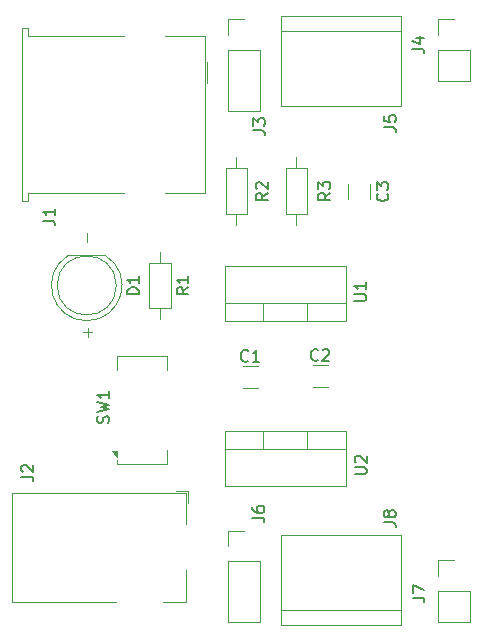
<source format=gto>
%TF.GenerationSoftware,KiCad,Pcbnew,8.0.8*%
%TF.CreationDate,2025-01-22T22:17:37-04:00*%
%TF.ProjectId,Breadboard-3.3V-5V-power-supply,42726561-6462-46f6-9172-642d332e3356,1*%
%TF.SameCoordinates,Original*%
%TF.FileFunction,Legend,Top*%
%TF.FilePolarity,Positive*%
%FSLAX46Y46*%
G04 Gerber Fmt 4.6, Leading zero omitted, Abs format (unit mm)*
G04 Created by KiCad (PCBNEW 8.0.8) date 2025-01-22 22:17:37*
%MOMM*%
%LPD*%
G01*
G04 APERTURE LIST*
%ADD10C,0.100000*%
%ADD11C,0.150000*%
%ADD12C,0.120000*%
G04 APERTURE END LIST*
D10*
X135330666Y-91136115D02*
X135330666Y-90374211D01*
X135000084Y-98805466D02*
X135761989Y-98805466D01*
X135381036Y-99186419D02*
X135381036Y-98424514D01*
D11*
X139725219Y-95578494D02*
X138725219Y-95578494D01*
X138725219Y-95578494D02*
X138725219Y-95340399D01*
X138725219Y-95340399D02*
X138772838Y-95197542D01*
X138772838Y-95197542D02*
X138868076Y-95102304D01*
X138868076Y-95102304D02*
X138963314Y-95054685D01*
X138963314Y-95054685D02*
X139153790Y-95007066D01*
X139153790Y-95007066D02*
X139296647Y-95007066D01*
X139296647Y-95007066D02*
X139487123Y-95054685D01*
X139487123Y-95054685D02*
X139582361Y-95102304D01*
X139582361Y-95102304D02*
X139677600Y-95197542D01*
X139677600Y-95197542D02*
X139725219Y-95340399D01*
X139725219Y-95340399D02*
X139725219Y-95578494D01*
X139725219Y-94054685D02*
X139725219Y-94626113D01*
X139725219Y-94340399D02*
X138725219Y-94340399D01*
X138725219Y-94340399D02*
X138868076Y-94435637D01*
X138868076Y-94435637D02*
X138963314Y-94530875D01*
X138963314Y-94530875D02*
X139010933Y-94626113D01*
X150619619Y-87034666D02*
X150143428Y-87367999D01*
X150619619Y-87606094D02*
X149619619Y-87606094D01*
X149619619Y-87606094D02*
X149619619Y-87225142D01*
X149619619Y-87225142D02*
X149667238Y-87129904D01*
X149667238Y-87129904D02*
X149714857Y-87082285D01*
X149714857Y-87082285D02*
X149810095Y-87034666D01*
X149810095Y-87034666D02*
X149952952Y-87034666D01*
X149952952Y-87034666D02*
X150048190Y-87082285D01*
X150048190Y-87082285D02*
X150095809Y-87129904D01*
X150095809Y-87129904D02*
X150143428Y-87225142D01*
X150143428Y-87225142D02*
X150143428Y-87606094D01*
X149714857Y-86653713D02*
X149667238Y-86606094D01*
X149667238Y-86606094D02*
X149619619Y-86510856D01*
X149619619Y-86510856D02*
X149619619Y-86272761D01*
X149619619Y-86272761D02*
X149667238Y-86177523D01*
X149667238Y-86177523D02*
X149714857Y-86129904D01*
X149714857Y-86129904D02*
X149810095Y-86082285D01*
X149810095Y-86082285D02*
X149905333Y-86082285D01*
X149905333Y-86082285D02*
X150048190Y-86129904D01*
X150048190Y-86129904D02*
X150619619Y-86701332D01*
X150619619Y-86701332D02*
X150619619Y-86082285D01*
X149340219Y-114506333D02*
X150054504Y-114506333D01*
X150054504Y-114506333D02*
X150197361Y-114553952D01*
X150197361Y-114553952D02*
X150292600Y-114649190D01*
X150292600Y-114649190D02*
X150340219Y-114792047D01*
X150340219Y-114792047D02*
X150340219Y-114887285D01*
X149340219Y-113601571D02*
X149340219Y-113792047D01*
X149340219Y-113792047D02*
X149387838Y-113887285D01*
X149387838Y-113887285D02*
X149435457Y-113934904D01*
X149435457Y-113934904D02*
X149578314Y-114030142D01*
X149578314Y-114030142D02*
X149768790Y-114077761D01*
X149768790Y-114077761D02*
X150149742Y-114077761D01*
X150149742Y-114077761D02*
X150244980Y-114030142D01*
X150244980Y-114030142D02*
X150292600Y-113982523D01*
X150292600Y-113982523D02*
X150340219Y-113887285D01*
X150340219Y-113887285D02*
X150340219Y-113696809D01*
X150340219Y-113696809D02*
X150292600Y-113601571D01*
X150292600Y-113601571D02*
X150244980Y-113553952D01*
X150244980Y-113553952D02*
X150149742Y-113506333D01*
X150149742Y-113506333D02*
X149911647Y-113506333D01*
X149911647Y-113506333D02*
X149816409Y-113553952D01*
X149816409Y-113553952D02*
X149768790Y-113601571D01*
X149768790Y-113601571D02*
X149721171Y-113696809D01*
X149721171Y-113696809D02*
X149721171Y-113887285D01*
X149721171Y-113887285D02*
X149768790Y-113982523D01*
X149768790Y-113982523D02*
X149816409Y-114030142D01*
X149816409Y-114030142D02*
X149911647Y-114077761D01*
X131594019Y-89343533D02*
X132308304Y-89343533D01*
X132308304Y-89343533D02*
X132451161Y-89391152D01*
X132451161Y-89391152D02*
X132546400Y-89486390D01*
X132546400Y-89486390D02*
X132594019Y-89629247D01*
X132594019Y-89629247D02*
X132594019Y-89724485D01*
X132594019Y-88343533D02*
X132594019Y-88914961D01*
X132594019Y-88629247D02*
X131594019Y-88629247D01*
X131594019Y-88629247D02*
X131736876Y-88724485D01*
X131736876Y-88724485D02*
X131832114Y-88819723D01*
X131832114Y-88819723D02*
X131879733Y-88914961D01*
X157976219Y-96138904D02*
X158785742Y-96138904D01*
X158785742Y-96138904D02*
X158880980Y-96091285D01*
X158880980Y-96091285D02*
X158928600Y-96043666D01*
X158928600Y-96043666D02*
X158976219Y-95948428D01*
X158976219Y-95948428D02*
X158976219Y-95757952D01*
X158976219Y-95757952D02*
X158928600Y-95662714D01*
X158928600Y-95662714D02*
X158880980Y-95615095D01*
X158880980Y-95615095D02*
X158785742Y-95567476D01*
X158785742Y-95567476D02*
X157976219Y-95567476D01*
X158976219Y-94567476D02*
X158976219Y-95138904D01*
X158976219Y-94853190D02*
X157976219Y-94853190D01*
X157976219Y-94853190D02*
X158119076Y-94948428D01*
X158119076Y-94948428D02*
X158214314Y-95043666D01*
X158214314Y-95043666D02*
X158261933Y-95138904D01*
X158001619Y-110820104D02*
X158811142Y-110820104D01*
X158811142Y-110820104D02*
X158906380Y-110772485D01*
X158906380Y-110772485D02*
X158954000Y-110724866D01*
X158954000Y-110724866D02*
X159001619Y-110629628D01*
X159001619Y-110629628D02*
X159001619Y-110439152D01*
X159001619Y-110439152D02*
X158954000Y-110343914D01*
X158954000Y-110343914D02*
X158906380Y-110296295D01*
X158906380Y-110296295D02*
X158811142Y-110248676D01*
X158811142Y-110248676D02*
X158001619Y-110248676D01*
X158096857Y-109820104D02*
X158049238Y-109772485D01*
X158049238Y-109772485D02*
X158001619Y-109677247D01*
X158001619Y-109677247D02*
X158001619Y-109439152D01*
X158001619Y-109439152D02*
X158049238Y-109343914D01*
X158049238Y-109343914D02*
X158096857Y-109296295D01*
X158096857Y-109296295D02*
X158192095Y-109248676D01*
X158192095Y-109248676D02*
X158287333Y-109248676D01*
X158287333Y-109248676D02*
X158430190Y-109296295D01*
X158430190Y-109296295D02*
X159001619Y-109867723D01*
X159001619Y-109867723D02*
X159001619Y-109248676D01*
X160757780Y-87067266D02*
X160805400Y-87114885D01*
X160805400Y-87114885D02*
X160853019Y-87257742D01*
X160853019Y-87257742D02*
X160853019Y-87352980D01*
X160853019Y-87352980D02*
X160805400Y-87495837D01*
X160805400Y-87495837D02*
X160710161Y-87591075D01*
X160710161Y-87591075D02*
X160614923Y-87638694D01*
X160614923Y-87638694D02*
X160424447Y-87686313D01*
X160424447Y-87686313D02*
X160281590Y-87686313D01*
X160281590Y-87686313D02*
X160091114Y-87638694D01*
X160091114Y-87638694D02*
X159995876Y-87591075D01*
X159995876Y-87591075D02*
X159900638Y-87495837D01*
X159900638Y-87495837D02*
X159853019Y-87352980D01*
X159853019Y-87352980D02*
X159853019Y-87257742D01*
X159853019Y-87257742D02*
X159900638Y-87114885D01*
X159900638Y-87114885D02*
X159948257Y-87067266D01*
X159853019Y-86733932D02*
X159853019Y-86114885D01*
X159853019Y-86114885D02*
X160233971Y-86448218D01*
X160233971Y-86448218D02*
X160233971Y-86305361D01*
X160233971Y-86305361D02*
X160281590Y-86210123D01*
X160281590Y-86210123D02*
X160329209Y-86162504D01*
X160329209Y-86162504D02*
X160424447Y-86114885D01*
X160424447Y-86114885D02*
X160662542Y-86114885D01*
X160662542Y-86114885D02*
X160757780Y-86162504D01*
X160757780Y-86162504D02*
X160805400Y-86210123D01*
X160805400Y-86210123D02*
X160853019Y-86305361D01*
X160853019Y-86305361D02*
X160853019Y-86591075D01*
X160853019Y-86591075D02*
X160805400Y-86686313D01*
X160805400Y-86686313D02*
X160757780Y-86733932D01*
X143920219Y-95012066D02*
X143444028Y-95345399D01*
X143920219Y-95583494D02*
X142920219Y-95583494D01*
X142920219Y-95583494D02*
X142920219Y-95202542D01*
X142920219Y-95202542D02*
X142967838Y-95107304D01*
X142967838Y-95107304D02*
X143015457Y-95059685D01*
X143015457Y-95059685D02*
X143110695Y-95012066D01*
X143110695Y-95012066D02*
X143253552Y-95012066D01*
X143253552Y-95012066D02*
X143348790Y-95059685D01*
X143348790Y-95059685D02*
X143396409Y-95107304D01*
X143396409Y-95107304D02*
X143444028Y-95202542D01*
X143444028Y-95202542D02*
X143444028Y-95583494D01*
X143920219Y-94059685D02*
X143920219Y-94631113D01*
X143920219Y-94345399D02*
X142920219Y-94345399D01*
X142920219Y-94345399D02*
X143063076Y-94440637D01*
X143063076Y-94440637D02*
X143158314Y-94535875D01*
X143158314Y-94535875D02*
X143205933Y-94631113D01*
X137152600Y-106480532D02*
X137200219Y-106337675D01*
X137200219Y-106337675D02*
X137200219Y-106099580D01*
X137200219Y-106099580D02*
X137152600Y-106004342D01*
X137152600Y-106004342D02*
X137104980Y-105956723D01*
X137104980Y-105956723D02*
X137009742Y-105909104D01*
X137009742Y-105909104D02*
X136914504Y-105909104D01*
X136914504Y-105909104D02*
X136819266Y-105956723D01*
X136819266Y-105956723D02*
X136771647Y-106004342D01*
X136771647Y-106004342D02*
X136724028Y-106099580D01*
X136724028Y-106099580D02*
X136676409Y-106290056D01*
X136676409Y-106290056D02*
X136628790Y-106385294D01*
X136628790Y-106385294D02*
X136581171Y-106432913D01*
X136581171Y-106432913D02*
X136485933Y-106480532D01*
X136485933Y-106480532D02*
X136390695Y-106480532D01*
X136390695Y-106480532D02*
X136295457Y-106432913D01*
X136295457Y-106432913D02*
X136247838Y-106385294D01*
X136247838Y-106385294D02*
X136200219Y-106290056D01*
X136200219Y-106290056D02*
X136200219Y-106051961D01*
X136200219Y-106051961D02*
X136247838Y-105909104D01*
X136200219Y-105575770D02*
X137200219Y-105337675D01*
X137200219Y-105337675D02*
X136485933Y-105147199D01*
X136485933Y-105147199D02*
X137200219Y-104956723D01*
X137200219Y-104956723D02*
X136200219Y-104718628D01*
X137200219Y-103813866D02*
X137200219Y-104385294D01*
X137200219Y-104099580D02*
X136200219Y-104099580D01*
X136200219Y-104099580D02*
X136343076Y-104194818D01*
X136343076Y-104194818D02*
X136438314Y-104290056D01*
X136438314Y-104290056D02*
X136485933Y-104385294D01*
X160465419Y-114887333D02*
X161179704Y-114887333D01*
X161179704Y-114887333D02*
X161322561Y-114934952D01*
X161322561Y-114934952D02*
X161417800Y-115030190D01*
X161417800Y-115030190D02*
X161465419Y-115173047D01*
X161465419Y-115173047D02*
X161465419Y-115268285D01*
X160893990Y-114268285D02*
X160846371Y-114363523D01*
X160846371Y-114363523D02*
X160798752Y-114411142D01*
X160798752Y-114411142D02*
X160703514Y-114458761D01*
X160703514Y-114458761D02*
X160655895Y-114458761D01*
X160655895Y-114458761D02*
X160560657Y-114411142D01*
X160560657Y-114411142D02*
X160513038Y-114363523D01*
X160513038Y-114363523D02*
X160465419Y-114268285D01*
X160465419Y-114268285D02*
X160465419Y-114077809D01*
X160465419Y-114077809D02*
X160513038Y-113982571D01*
X160513038Y-113982571D02*
X160560657Y-113934952D01*
X160560657Y-113934952D02*
X160655895Y-113887333D01*
X160655895Y-113887333D02*
X160703514Y-113887333D01*
X160703514Y-113887333D02*
X160798752Y-113934952D01*
X160798752Y-113934952D02*
X160846371Y-113982571D01*
X160846371Y-113982571D02*
X160893990Y-114077809D01*
X160893990Y-114077809D02*
X160893990Y-114268285D01*
X160893990Y-114268285D02*
X160941609Y-114363523D01*
X160941609Y-114363523D02*
X160989228Y-114411142D01*
X160989228Y-114411142D02*
X161084466Y-114458761D01*
X161084466Y-114458761D02*
X161274942Y-114458761D01*
X161274942Y-114458761D02*
X161370180Y-114411142D01*
X161370180Y-114411142D02*
X161417800Y-114363523D01*
X161417800Y-114363523D02*
X161465419Y-114268285D01*
X161465419Y-114268285D02*
X161465419Y-114077809D01*
X161465419Y-114077809D02*
X161417800Y-113982571D01*
X161417800Y-113982571D02*
X161370180Y-113934952D01*
X161370180Y-113934952D02*
X161274942Y-113887333D01*
X161274942Y-113887333D02*
X161084466Y-113887333D01*
X161084466Y-113887333D02*
X160989228Y-113934952D01*
X160989228Y-113934952D02*
X160941609Y-113982571D01*
X160941609Y-113982571D02*
X160893990Y-114077809D01*
X149391019Y-81689533D02*
X150105304Y-81689533D01*
X150105304Y-81689533D02*
X150248161Y-81737152D01*
X150248161Y-81737152D02*
X150343400Y-81832390D01*
X150343400Y-81832390D02*
X150391019Y-81975247D01*
X150391019Y-81975247D02*
X150391019Y-82070485D01*
X149391019Y-81308580D02*
X149391019Y-80689533D01*
X149391019Y-80689533D02*
X149771971Y-81022866D01*
X149771971Y-81022866D02*
X149771971Y-80880009D01*
X149771971Y-80880009D02*
X149819590Y-80784771D01*
X149819590Y-80784771D02*
X149867209Y-80737152D01*
X149867209Y-80737152D02*
X149962447Y-80689533D01*
X149962447Y-80689533D02*
X150200542Y-80689533D01*
X150200542Y-80689533D02*
X150295780Y-80737152D01*
X150295780Y-80737152D02*
X150343400Y-80784771D01*
X150343400Y-80784771D02*
X150391019Y-80880009D01*
X150391019Y-80880009D02*
X150391019Y-81165723D01*
X150391019Y-81165723D02*
X150343400Y-81260961D01*
X150343400Y-81260961D02*
X150295780Y-81308580D01*
X162878419Y-74806133D02*
X163592704Y-74806133D01*
X163592704Y-74806133D02*
X163735561Y-74853752D01*
X163735561Y-74853752D02*
X163830800Y-74948990D01*
X163830800Y-74948990D02*
X163878419Y-75091847D01*
X163878419Y-75091847D02*
X163878419Y-75187085D01*
X163211752Y-73901371D02*
X163878419Y-73901371D01*
X162830800Y-74139466D02*
X163545085Y-74377561D01*
X163545085Y-74377561D02*
X163545085Y-73758514D01*
X162903819Y-121262733D02*
X163618104Y-121262733D01*
X163618104Y-121262733D02*
X163760961Y-121310352D01*
X163760961Y-121310352D02*
X163856200Y-121405590D01*
X163856200Y-121405590D02*
X163903819Y-121548447D01*
X163903819Y-121548447D02*
X163903819Y-121643685D01*
X162903819Y-120881780D02*
X162903819Y-120215114D01*
X162903819Y-120215114D02*
X163903819Y-120643685D01*
X155928219Y-87009266D02*
X155452028Y-87342599D01*
X155928219Y-87580694D02*
X154928219Y-87580694D01*
X154928219Y-87580694D02*
X154928219Y-87199742D01*
X154928219Y-87199742D02*
X154975838Y-87104504D01*
X154975838Y-87104504D02*
X155023457Y-87056885D01*
X155023457Y-87056885D02*
X155118695Y-87009266D01*
X155118695Y-87009266D02*
X155261552Y-87009266D01*
X155261552Y-87009266D02*
X155356790Y-87056885D01*
X155356790Y-87056885D02*
X155404409Y-87104504D01*
X155404409Y-87104504D02*
X155452028Y-87199742D01*
X155452028Y-87199742D02*
X155452028Y-87580694D01*
X154928219Y-86675932D02*
X154928219Y-86056885D01*
X154928219Y-86056885D02*
X155309171Y-86390218D01*
X155309171Y-86390218D02*
X155309171Y-86247361D01*
X155309171Y-86247361D02*
X155356790Y-86152123D01*
X155356790Y-86152123D02*
X155404409Y-86104504D01*
X155404409Y-86104504D02*
X155499647Y-86056885D01*
X155499647Y-86056885D02*
X155737742Y-86056885D01*
X155737742Y-86056885D02*
X155832980Y-86104504D01*
X155832980Y-86104504D02*
X155880600Y-86152123D01*
X155880600Y-86152123D02*
X155928219Y-86247361D01*
X155928219Y-86247361D02*
X155928219Y-86533075D01*
X155928219Y-86533075D02*
X155880600Y-86628313D01*
X155880600Y-86628313D02*
X155832980Y-86675932D01*
X160490819Y-81435533D02*
X161205104Y-81435533D01*
X161205104Y-81435533D02*
X161347961Y-81483152D01*
X161347961Y-81483152D02*
X161443200Y-81578390D01*
X161443200Y-81578390D02*
X161490819Y-81721247D01*
X161490819Y-81721247D02*
X161490819Y-81816485D01*
X160490819Y-80483152D02*
X160490819Y-80959342D01*
X160490819Y-80959342D02*
X160967009Y-81006961D01*
X160967009Y-81006961D02*
X160919390Y-80959342D01*
X160919390Y-80959342D02*
X160871771Y-80864104D01*
X160871771Y-80864104D02*
X160871771Y-80626009D01*
X160871771Y-80626009D02*
X160919390Y-80530771D01*
X160919390Y-80530771D02*
X160967009Y-80483152D01*
X160967009Y-80483152D02*
X161062247Y-80435533D01*
X161062247Y-80435533D02*
X161300342Y-80435533D01*
X161300342Y-80435533D02*
X161395580Y-80483152D01*
X161395580Y-80483152D02*
X161443200Y-80530771D01*
X161443200Y-80530771D02*
X161490819Y-80626009D01*
X161490819Y-80626009D02*
X161490819Y-80864104D01*
X161490819Y-80864104D02*
X161443200Y-80959342D01*
X161443200Y-80959342D02*
X161395580Y-81006961D01*
X129782219Y-111026533D02*
X130496504Y-111026533D01*
X130496504Y-111026533D02*
X130639361Y-111074152D01*
X130639361Y-111074152D02*
X130734600Y-111169390D01*
X130734600Y-111169390D02*
X130782219Y-111312247D01*
X130782219Y-111312247D02*
X130782219Y-111407485D01*
X129877457Y-110597961D02*
X129829838Y-110550342D01*
X129829838Y-110550342D02*
X129782219Y-110455104D01*
X129782219Y-110455104D02*
X129782219Y-110217009D01*
X129782219Y-110217009D02*
X129829838Y-110121771D01*
X129829838Y-110121771D02*
X129877457Y-110074152D01*
X129877457Y-110074152D02*
X129972695Y-110026533D01*
X129972695Y-110026533D02*
X130067933Y-110026533D01*
X130067933Y-110026533D02*
X130210790Y-110074152D01*
X130210790Y-110074152D02*
X130782219Y-110645580D01*
X130782219Y-110645580D02*
X130782219Y-110026533D01*
X148982133Y-101197580D02*
X148934514Y-101245200D01*
X148934514Y-101245200D02*
X148791657Y-101292819D01*
X148791657Y-101292819D02*
X148696419Y-101292819D01*
X148696419Y-101292819D02*
X148553562Y-101245200D01*
X148553562Y-101245200D02*
X148458324Y-101149961D01*
X148458324Y-101149961D02*
X148410705Y-101054723D01*
X148410705Y-101054723D02*
X148363086Y-100864247D01*
X148363086Y-100864247D02*
X148363086Y-100721390D01*
X148363086Y-100721390D02*
X148410705Y-100530914D01*
X148410705Y-100530914D02*
X148458324Y-100435676D01*
X148458324Y-100435676D02*
X148553562Y-100340438D01*
X148553562Y-100340438D02*
X148696419Y-100292819D01*
X148696419Y-100292819D02*
X148791657Y-100292819D01*
X148791657Y-100292819D02*
X148934514Y-100340438D01*
X148934514Y-100340438D02*
X148982133Y-100388057D01*
X149934514Y-101292819D02*
X149363086Y-101292819D01*
X149648800Y-101292819D02*
X149648800Y-100292819D01*
X149648800Y-100292819D02*
X149553562Y-100435676D01*
X149553562Y-100435676D02*
X149458324Y-100530914D01*
X149458324Y-100530914D02*
X149363086Y-100578533D01*
X154900333Y-101146780D02*
X154852714Y-101194400D01*
X154852714Y-101194400D02*
X154709857Y-101242019D01*
X154709857Y-101242019D02*
X154614619Y-101242019D01*
X154614619Y-101242019D02*
X154471762Y-101194400D01*
X154471762Y-101194400D02*
X154376524Y-101099161D01*
X154376524Y-101099161D02*
X154328905Y-101003923D01*
X154328905Y-101003923D02*
X154281286Y-100813447D01*
X154281286Y-100813447D02*
X154281286Y-100670590D01*
X154281286Y-100670590D02*
X154328905Y-100480114D01*
X154328905Y-100480114D02*
X154376524Y-100384876D01*
X154376524Y-100384876D02*
X154471762Y-100289638D01*
X154471762Y-100289638D02*
X154614619Y-100242019D01*
X154614619Y-100242019D02*
X154709857Y-100242019D01*
X154709857Y-100242019D02*
X154852714Y-100289638D01*
X154852714Y-100289638D02*
X154900333Y-100337257D01*
X155281286Y-100337257D02*
X155328905Y-100289638D01*
X155328905Y-100289638D02*
X155424143Y-100242019D01*
X155424143Y-100242019D02*
X155662238Y-100242019D01*
X155662238Y-100242019D02*
X155757476Y-100289638D01*
X155757476Y-100289638D02*
X155805095Y-100337257D01*
X155805095Y-100337257D02*
X155852714Y-100432495D01*
X155852714Y-100432495D02*
X155852714Y-100527733D01*
X155852714Y-100527733D02*
X155805095Y-100670590D01*
X155805095Y-100670590D02*
X155233667Y-101242019D01*
X155233667Y-101242019D02*
X155852714Y-101242019D01*
D12*
%TO.C,D1*%
X136855400Y-92280400D02*
X133765400Y-92280400D01*
X135310352Y-97830400D02*
G75*
G02*
X133765570Y-92280400I48J2990000D01*
G01*
X136855230Y-92280400D02*
G75*
G02*
X135310448Y-97830400I-1544830J-2560000D01*
G01*
X137810400Y-94840400D02*
G75*
G02*
X132810400Y-94840400I-2500000J0D01*
G01*
X132810400Y-94840400D02*
G75*
G02*
X137810400Y-94840400I2500000J0D01*
G01*
%TO.C,R2*%
X147065000Y-84924400D02*
X147065000Y-88764400D01*
X147065000Y-88764400D02*
X148905000Y-88764400D01*
X147985000Y-83974400D02*
X147985000Y-84924400D01*
X147985000Y-89714400D02*
X147985000Y-88764400D01*
X148905000Y-84924400D02*
X147065000Y-84924400D01*
X148905000Y-88764400D02*
X148905000Y-84924400D01*
%TO.C,J6*%
X147290000Y-115602600D02*
X148620000Y-115602600D01*
X147290000Y-116932600D02*
X147290000Y-115602600D01*
X147290000Y-118202600D02*
X147290000Y-123342600D01*
X147290000Y-118202600D02*
X149950000Y-118202600D01*
X147290000Y-123342600D02*
X149950000Y-123342600D01*
X149950000Y-118202600D02*
X149950000Y-123342600D01*
%TO.C,J1*%
X129826400Y-73030200D02*
X129826400Y-87650200D01*
X129826400Y-87650200D02*
X130346400Y-87650200D01*
X130346400Y-73030200D02*
X129826400Y-73030200D01*
X130346400Y-73680200D02*
X130346400Y-73030200D01*
X130346400Y-73680200D02*
X138456400Y-73680200D01*
X130346400Y-87650200D02*
X130346400Y-87000200D01*
X138456400Y-87000200D02*
X130346400Y-87000200D01*
X145306400Y-73680200D02*
X141976400Y-73680200D01*
X145306400Y-73680200D02*
X145306400Y-87000200D01*
X145306400Y-87000200D02*
X141976400Y-87000200D01*
X145526400Y-75940200D02*
X145526400Y-77740200D01*
%TO.C,U1*%
X147005200Y-97810600D02*
X147005200Y-93169600D01*
X150274200Y-97810600D02*
X150274200Y-96300600D01*
X153975200Y-97810600D02*
X153975200Y-96300600D01*
X157245200Y-93169600D02*
X147005200Y-93169600D01*
X157245200Y-96300600D02*
X147005200Y-96300600D01*
X157245200Y-97810600D02*
X147005200Y-97810600D01*
X157245200Y-97810600D02*
X157245200Y-93169600D01*
%TO.C,U2*%
X147005200Y-107196400D02*
X147005200Y-111837400D01*
X147005200Y-107196400D02*
X157245200Y-107196400D01*
X147005200Y-108706400D02*
X157245200Y-108706400D01*
X147005200Y-111837400D02*
X157245200Y-111837400D01*
X150275200Y-107196400D02*
X150275200Y-108706400D01*
X153976200Y-107196400D02*
X153976200Y-108706400D01*
X157245200Y-107196400D02*
X157245200Y-111837400D01*
%TO.C,C3*%
X157428200Y-86271600D02*
X157428200Y-87529600D01*
X159268200Y-86271600D02*
X159268200Y-87529600D01*
%TO.C,R1*%
X140625400Y-92925400D02*
X140625400Y-96765400D01*
X140625400Y-96765400D02*
X142465400Y-96765400D01*
X141545400Y-91975400D02*
X141545400Y-92925400D01*
X141545400Y-97715400D02*
X141545400Y-96765400D01*
X142465400Y-92925400D02*
X140625400Y-92925400D01*
X142465400Y-96765400D02*
X142465400Y-92925400D01*
%TO.C,SW1*%
X137895400Y-100797200D02*
X142095400Y-100797200D01*
X137895400Y-101997200D02*
X137895400Y-100797200D01*
X137895400Y-109647200D02*
X137895400Y-109997200D01*
X137895400Y-109997200D02*
X142095400Y-109997200D01*
X142095400Y-100797200D02*
X142095400Y-101997200D01*
X142095400Y-109997200D02*
X142095400Y-108797200D01*
X137895400Y-109377200D02*
X137415400Y-108897200D01*
X137895400Y-108897200D01*
X137895400Y-109377200D01*
G36*
X137895400Y-109377200D02*
G01*
X137415400Y-108897200D01*
X137895400Y-108897200D01*
X137895400Y-109377200D01*
G37*
%TO.C,J8*%
X151795000Y-115972600D02*
X151795000Y-123592600D01*
X151795000Y-123592600D02*
X161955000Y-123592600D01*
X161955000Y-115972600D02*
X151795000Y-115972600D01*
X161955000Y-122322600D02*
X151795000Y-122322600D01*
X161955000Y-123592600D02*
X161955000Y-115972600D01*
%TO.C,J3*%
X147290000Y-72306400D02*
X148620000Y-72306400D01*
X147290000Y-73636400D02*
X147290000Y-72306400D01*
X147290000Y-74906400D02*
X147290000Y-80046400D01*
X147290000Y-74906400D02*
X149950000Y-74906400D01*
X147290000Y-80046400D02*
X149950000Y-80046400D01*
X149950000Y-74906400D02*
X149950000Y-80046400D01*
%TO.C,J4*%
X165070000Y-72306400D02*
X166400000Y-72306400D01*
X165070000Y-73636400D02*
X165070000Y-72306400D01*
X165070000Y-74906400D02*
X165070000Y-77506400D01*
X165070000Y-74906400D02*
X167730000Y-74906400D01*
X165070000Y-77506400D02*
X167730000Y-77506400D01*
X167730000Y-74906400D02*
X167730000Y-77506400D01*
%TO.C,J7*%
X165070000Y-118102600D02*
X166400000Y-118102600D01*
X165070000Y-119432600D02*
X165070000Y-118102600D01*
X165070000Y-120702600D02*
X165070000Y-123302600D01*
X165070000Y-120702600D02*
X167730000Y-120702600D01*
X165070000Y-123302600D02*
X167730000Y-123302600D01*
X167730000Y-120702600D02*
X167730000Y-123302600D01*
%TO.C,R3*%
X152145000Y-84924400D02*
X152145000Y-88764400D01*
X152145000Y-88764400D02*
X153985000Y-88764400D01*
X153065000Y-83974400D02*
X153065000Y-84924400D01*
X153065000Y-89714400D02*
X153065000Y-88764400D01*
X153985000Y-84924400D02*
X152145000Y-84924400D01*
X153985000Y-88764400D02*
X153985000Y-84924400D01*
%TO.C,J5*%
X161955000Y-79646400D02*
X161955000Y-72026400D01*
X161955000Y-72026400D02*
X151795000Y-72026400D01*
X151795000Y-79646400D02*
X161955000Y-79646400D01*
X151795000Y-73296400D02*
X161955000Y-73296400D01*
X151795000Y-72026400D02*
X151795000Y-79646400D01*
%TO.C,J2*%
X129000600Y-112432600D02*
X143700600Y-112432600D01*
X129000600Y-121632600D02*
X129000600Y-112432600D01*
X137800600Y-121632600D02*
X129000600Y-121632600D01*
X142850600Y-112232600D02*
X143900600Y-112232600D01*
X143700600Y-112432600D02*
X143700600Y-115032600D01*
X143700600Y-118932600D02*
X143700600Y-121632600D01*
X143700600Y-121632600D02*
X141800600Y-121632600D01*
X143900600Y-113282600D02*
X143900600Y-112232600D01*
%TO.C,C1*%
X148544400Y-101697800D02*
X149802400Y-101697800D01*
X148544400Y-103537800D02*
X149802400Y-103537800D01*
%TO.C,C2*%
X155702400Y-101596200D02*
X154444400Y-101596200D01*
X155702400Y-103436200D02*
X154444400Y-103436200D01*
%TD*%
M02*

</source>
